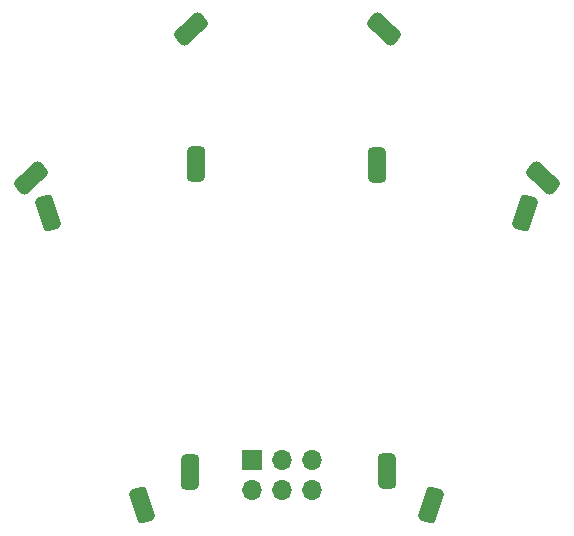
<source format=gbr>
%TF.GenerationSoftware,KiCad,Pcbnew,(7.0.0)*%
%TF.CreationDate,2024-01-04T11:39:15-05:00*%
%TF.ProjectId,MAGFest2023SolderingClass_variant1,4d414746-6573-4743-9230-3233536f6c64,rev?*%
%TF.SameCoordinates,Original*%
%TF.FileFunction,Soldermask,Top*%
%TF.FilePolarity,Negative*%
%FSLAX46Y46*%
G04 Gerber Fmt 4.6, Leading zero omitted, Abs format (unit mm)*
G04 Created by KiCad (PCBNEW (7.0.0)) date 2024-01-04 11:39:15*
%MOMM*%
%LPD*%
G01*
G04 APERTURE LIST*
G04 Aperture macros list*
%AMRoundRect*
0 Rectangle with rounded corners*
0 $1 Rounding radius*
0 $2 $3 $4 $5 $6 $7 $8 $9 X,Y pos of 4 corners*
0 Add a 4 corners polygon primitive as box body*
4,1,4,$2,$3,$4,$5,$6,$7,$8,$9,$2,$3,0*
0 Add four circle primitives for the rounded corners*
1,1,$1+$1,$2,$3*
1,1,$1+$1,$4,$5*
1,1,$1+$1,$6,$7*
1,1,$1+$1,$8,$9*
0 Add four rect primitives between the rounded corners*
20,1,$1+$1,$2,$3,$4,$5,0*
20,1,$1+$1,$4,$5,$6,$7,0*
20,1,$1+$1,$6,$7,$8,$9,0*
20,1,$1+$1,$8,$9,$2,$3,0*%
G04 Aperture macros list end*
%ADD10RoundRect,0.381000X-0.016563X1.181968X-0.708143X-0.946497X0.016563X-1.181968X0.708143X0.946497X0*%
%ADD11RoundRect,0.381000X-0.419820X1.105022X-0.341715X-1.131615X0.419820X-1.105022X0.341715X1.131615X0*%
%ADD12RoundRect,0.381000X-0.708143X0.946497X-0.016563X-1.181968X0.708143X-0.946497X0.016563X1.181968X0*%
%ADD13RoundRect,0.381000X0.558543X1.041802X-1.078226X-0.484510X-0.558543X-1.041802X1.078226X0.484510X0*%
%ADD14R,1.700000X1.700000*%
%ADD15O,1.700000X1.700000*%
%ADD16RoundRect,0.381000X-1.078226X0.484510X0.558543X-1.041802X1.078226X-0.484510X-0.558543X1.041802X0*%
%ADD17RoundRect,0.381000X-0.361413X1.125479X-0.400471X-1.112180X0.361413X-1.125479X0.400471X1.112180X0*%
G04 APERTURE END LIST*
D10*
%TO.C,D4*%
X167262221Y-70941265D03*
X159227779Y-95668735D03*
%TD*%
D11*
%TO.C,D3*%
X154651307Y-66862919D03*
X155558693Y-92847081D03*
%TD*%
D12*
%TO.C,D1*%
X126797779Y-70941265D03*
X134832221Y-95668735D03*
%TD*%
D13*
%TO.C,D6*%
X138920022Y-55396515D03*
X125389978Y-68013485D03*
%TD*%
D14*
%TO.C,J1*%
X144144999Y-91861764D03*
D15*
X144144999Y-94401764D03*
X146684999Y-91861764D03*
X146684999Y-94401764D03*
X149224999Y-91861764D03*
X149224999Y-94401764D03*
%TD*%
D16*
%TO.C,D5*%
X155257590Y-55396515D03*
X168787634Y-68013485D03*
%TD*%
D17*
%TO.C,D2*%
X139331881Y-66856980D03*
X138878119Y-92853020D03*
%TD*%
M02*

</source>
